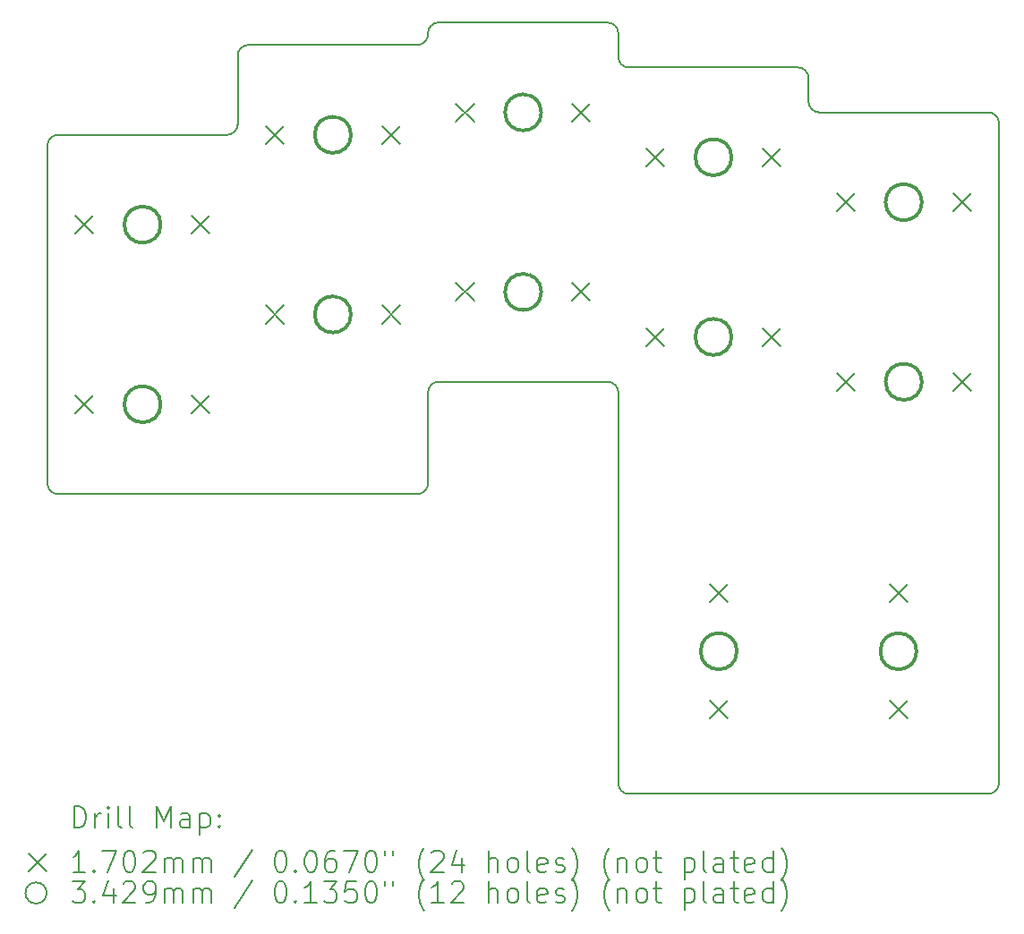
<source format=gbr>
%TF.GenerationSoftware,KiCad,Pcbnew,7.0.8*%
%TF.CreationDate,2024-04-01T22:38:57+01:00*%
%TF.ProjectId,left,6c656674-2e6b-4696-9361-645f70636258,v1.0.0*%
%TF.SameCoordinates,Original*%
%TF.FileFunction,Drillmap*%
%TF.FilePolarity,Positive*%
%FSLAX45Y45*%
G04 Gerber Fmt 4.5, Leading zero omitted, Abs format (unit mm)*
G04 Created by KiCad (PCBNEW 7.0.8) date 2024-04-01 22:38:57*
%MOMM*%
%LPD*%
G01*
G04 APERTURE LIST*
%ADD10C,0.150000*%
%ADD11C,0.200000*%
%ADD12C,0.170180*%
%ADD13C,0.342900*%
G04 APERTURE END LIST*
D10*
X10100000Y-14462500D02*
X13500000Y-14462500D01*
X10000000Y-14362500D02*
X10000000Y-11162500D01*
X11700000Y-11062500D02*
X10100000Y-11062500D01*
X13600000Y-14362500D02*
X13600000Y-13500000D01*
X13500000Y-10212500D02*
X11900000Y-10212500D01*
X11800000Y-10312500D02*
X11800000Y-10962500D01*
X13700000Y-13400000D02*
X15300000Y-13400000D01*
X15400000Y-10325000D02*
X15400000Y-10100000D01*
X15300000Y-10000000D02*
X13700000Y-10000000D01*
X13600000Y-10100000D02*
X13600000Y-10112500D01*
X15400000Y-17200000D02*
X15400000Y-13500000D01*
X17200000Y-10750000D02*
X17200000Y-10525000D01*
X17100000Y-10425000D02*
X15500000Y-10425000D01*
X19000000Y-17200000D02*
X19000000Y-10950000D01*
X18900000Y-10850000D02*
X17300000Y-10850000D01*
X15500000Y-17300000D02*
X18900000Y-17300000D01*
X13500000Y-14462500D02*
G75*
G03*
X13600000Y-14362500I0J100000D01*
G01*
X13700000Y-13400000D02*
G75*
G03*
X13600000Y-13500000I0J-100000D01*
G01*
X15400000Y-13500000D02*
G75*
G03*
X15300000Y-13400000I-100000J0D01*
G01*
X15400000Y-17200000D02*
G75*
G03*
X15500000Y-17300000I100000J0D01*
G01*
X18900000Y-17300000D02*
G75*
G03*
X19000000Y-17200000I0J100000D01*
G01*
X19000000Y-10950000D02*
G75*
G03*
X18900000Y-10850000I-100000J0D01*
G01*
X17200000Y-10750000D02*
G75*
G03*
X17300000Y-10850000I100000J0D01*
G01*
X17200000Y-10525000D02*
G75*
G03*
X17100000Y-10425000I-100000J0D01*
G01*
X15400000Y-10325000D02*
G75*
G03*
X15500000Y-10425000I100000J0D01*
G01*
X15400000Y-10100000D02*
G75*
G03*
X15300000Y-10000000I-100000J0D01*
G01*
X13700000Y-10000000D02*
G75*
G03*
X13600000Y-10100000I0J-100000D01*
G01*
X13500000Y-10212500D02*
G75*
G03*
X13600000Y-10112500I0J100000D01*
G01*
X11900000Y-10212500D02*
G75*
G03*
X11800000Y-10312500I0J-100000D01*
G01*
X11700000Y-11062500D02*
G75*
G03*
X11800000Y-10962500I0J100000D01*
G01*
X10100000Y-11062500D02*
G75*
G03*
X10000000Y-11162500I0J-100000D01*
G01*
X10000000Y-14362500D02*
G75*
G03*
X10100000Y-14462500I100000J0D01*
G01*
D11*
D12*
X10264910Y-11827410D02*
X10435090Y-11997590D01*
X10435090Y-11827410D02*
X10264910Y-11997590D01*
X10264910Y-13527410D02*
X10435090Y-13697590D01*
X10435090Y-13527410D02*
X10264910Y-13697590D01*
X11364910Y-11827410D02*
X11535090Y-11997590D01*
X11535090Y-11827410D02*
X11364910Y-11997590D01*
X11364910Y-13527410D02*
X11535090Y-13697590D01*
X11535090Y-13527410D02*
X11364910Y-13697590D01*
X12064910Y-10977410D02*
X12235090Y-11147590D01*
X12235090Y-10977410D02*
X12064910Y-11147590D01*
X12064910Y-12677410D02*
X12235090Y-12847590D01*
X12235090Y-12677410D02*
X12064910Y-12847590D01*
X13164910Y-10977410D02*
X13335090Y-11147590D01*
X13335090Y-10977410D02*
X13164910Y-11147590D01*
X13164910Y-12677410D02*
X13335090Y-12847590D01*
X13335090Y-12677410D02*
X13164910Y-12847590D01*
X13864910Y-10764910D02*
X14035090Y-10935090D01*
X14035090Y-10764910D02*
X13864910Y-10935090D01*
X13864910Y-12464910D02*
X14035090Y-12635090D01*
X14035090Y-12464910D02*
X13864910Y-12635090D01*
X14964910Y-10764910D02*
X15135090Y-10935090D01*
X15135090Y-10764910D02*
X14964910Y-10935090D01*
X14964910Y-12464910D02*
X15135090Y-12635090D01*
X15135090Y-12464910D02*
X14964910Y-12635090D01*
X15664910Y-11189910D02*
X15835090Y-11360090D01*
X15835090Y-11189910D02*
X15664910Y-11360090D01*
X15664910Y-12889910D02*
X15835090Y-13060090D01*
X15835090Y-12889910D02*
X15664910Y-13060090D01*
X16264910Y-15314910D02*
X16435090Y-15485090D01*
X16435090Y-15314910D02*
X16264910Y-15485090D01*
X16264910Y-16414910D02*
X16435090Y-16585090D01*
X16435090Y-16414910D02*
X16264910Y-16585090D01*
X16764910Y-11189910D02*
X16935090Y-11360090D01*
X16935090Y-11189910D02*
X16764910Y-11360090D01*
X16764910Y-12889910D02*
X16935090Y-13060090D01*
X16935090Y-12889910D02*
X16764910Y-13060090D01*
X17464910Y-11614910D02*
X17635090Y-11785090D01*
X17635090Y-11614910D02*
X17464910Y-11785090D01*
X17464910Y-13314910D02*
X17635090Y-13485090D01*
X17635090Y-13314910D02*
X17464910Y-13485090D01*
X17964910Y-15314910D02*
X18135090Y-15485090D01*
X18135090Y-15314910D02*
X17964910Y-15485090D01*
X17964910Y-16414910D02*
X18135090Y-16585090D01*
X18135090Y-16414910D02*
X17964910Y-16585090D01*
X18564910Y-11614910D02*
X18735090Y-11785090D01*
X18735090Y-11614910D02*
X18564910Y-11785090D01*
X18564910Y-13314910D02*
X18735090Y-13485090D01*
X18735090Y-13314910D02*
X18564910Y-13485090D01*
D13*
X11071450Y-11912500D02*
G75*
G03*
X11071450Y-11912500I-171450J0D01*
G01*
X11071450Y-13612500D02*
G75*
G03*
X11071450Y-13612500I-171450J0D01*
G01*
X12871450Y-11062500D02*
G75*
G03*
X12871450Y-11062500I-171450J0D01*
G01*
X12871450Y-12762500D02*
G75*
G03*
X12871450Y-12762500I-171450J0D01*
G01*
X14671450Y-10850000D02*
G75*
G03*
X14671450Y-10850000I-171450J0D01*
G01*
X14671450Y-12550000D02*
G75*
G03*
X14671450Y-12550000I-171450J0D01*
G01*
X16471450Y-11275000D02*
G75*
G03*
X16471450Y-11275000I-171450J0D01*
G01*
X16471450Y-12975000D02*
G75*
G03*
X16471450Y-12975000I-171450J0D01*
G01*
X16521450Y-15950000D02*
G75*
G03*
X16521450Y-15950000I-171450J0D01*
G01*
X18221450Y-15950000D02*
G75*
G03*
X18221450Y-15950000I-171450J0D01*
G01*
X18271450Y-11700000D02*
G75*
G03*
X18271450Y-11700000I-171450J0D01*
G01*
X18271450Y-13400000D02*
G75*
G03*
X18271450Y-13400000I-171450J0D01*
G01*
D11*
X10253277Y-17618984D02*
X10253277Y-17418984D01*
X10253277Y-17418984D02*
X10300896Y-17418984D01*
X10300896Y-17418984D02*
X10329467Y-17428508D01*
X10329467Y-17428508D02*
X10348515Y-17447555D01*
X10348515Y-17447555D02*
X10358039Y-17466603D01*
X10358039Y-17466603D02*
X10367563Y-17504698D01*
X10367563Y-17504698D02*
X10367563Y-17533270D01*
X10367563Y-17533270D02*
X10358039Y-17571365D01*
X10358039Y-17571365D02*
X10348515Y-17590412D01*
X10348515Y-17590412D02*
X10329467Y-17609460D01*
X10329467Y-17609460D02*
X10300896Y-17618984D01*
X10300896Y-17618984D02*
X10253277Y-17618984D01*
X10453277Y-17618984D02*
X10453277Y-17485650D01*
X10453277Y-17523746D02*
X10462801Y-17504698D01*
X10462801Y-17504698D02*
X10472324Y-17495174D01*
X10472324Y-17495174D02*
X10491372Y-17485650D01*
X10491372Y-17485650D02*
X10510420Y-17485650D01*
X10577086Y-17618984D02*
X10577086Y-17485650D01*
X10577086Y-17418984D02*
X10567563Y-17428508D01*
X10567563Y-17428508D02*
X10577086Y-17438031D01*
X10577086Y-17438031D02*
X10586610Y-17428508D01*
X10586610Y-17428508D02*
X10577086Y-17418984D01*
X10577086Y-17418984D02*
X10577086Y-17438031D01*
X10700896Y-17618984D02*
X10681848Y-17609460D01*
X10681848Y-17609460D02*
X10672324Y-17590412D01*
X10672324Y-17590412D02*
X10672324Y-17418984D01*
X10805658Y-17618984D02*
X10786610Y-17609460D01*
X10786610Y-17609460D02*
X10777086Y-17590412D01*
X10777086Y-17590412D02*
X10777086Y-17418984D01*
X11034229Y-17618984D02*
X11034229Y-17418984D01*
X11034229Y-17418984D02*
X11100896Y-17561841D01*
X11100896Y-17561841D02*
X11167563Y-17418984D01*
X11167563Y-17418984D02*
X11167563Y-17618984D01*
X11348515Y-17618984D02*
X11348515Y-17514222D01*
X11348515Y-17514222D02*
X11338991Y-17495174D01*
X11338991Y-17495174D02*
X11319943Y-17485650D01*
X11319943Y-17485650D02*
X11281848Y-17485650D01*
X11281848Y-17485650D02*
X11262801Y-17495174D01*
X11348515Y-17609460D02*
X11329467Y-17618984D01*
X11329467Y-17618984D02*
X11281848Y-17618984D01*
X11281848Y-17618984D02*
X11262801Y-17609460D01*
X11262801Y-17609460D02*
X11253277Y-17590412D01*
X11253277Y-17590412D02*
X11253277Y-17571365D01*
X11253277Y-17571365D02*
X11262801Y-17552317D01*
X11262801Y-17552317D02*
X11281848Y-17542793D01*
X11281848Y-17542793D02*
X11329467Y-17542793D01*
X11329467Y-17542793D02*
X11348515Y-17533270D01*
X11443753Y-17485650D02*
X11443753Y-17685650D01*
X11443753Y-17495174D02*
X11462801Y-17485650D01*
X11462801Y-17485650D02*
X11500896Y-17485650D01*
X11500896Y-17485650D02*
X11519943Y-17495174D01*
X11519943Y-17495174D02*
X11529467Y-17504698D01*
X11529467Y-17504698D02*
X11538991Y-17523746D01*
X11538991Y-17523746D02*
X11538991Y-17580889D01*
X11538991Y-17580889D02*
X11529467Y-17599936D01*
X11529467Y-17599936D02*
X11519943Y-17609460D01*
X11519943Y-17609460D02*
X11500896Y-17618984D01*
X11500896Y-17618984D02*
X11462801Y-17618984D01*
X11462801Y-17618984D02*
X11443753Y-17609460D01*
X11624705Y-17599936D02*
X11634229Y-17609460D01*
X11634229Y-17609460D02*
X11624705Y-17618984D01*
X11624705Y-17618984D02*
X11615182Y-17609460D01*
X11615182Y-17609460D02*
X11624705Y-17599936D01*
X11624705Y-17599936D02*
X11624705Y-17618984D01*
X11624705Y-17495174D02*
X11634229Y-17504698D01*
X11634229Y-17504698D02*
X11624705Y-17514222D01*
X11624705Y-17514222D02*
X11615182Y-17504698D01*
X11615182Y-17504698D02*
X11624705Y-17495174D01*
X11624705Y-17495174D02*
X11624705Y-17514222D01*
D12*
X9822320Y-17862410D02*
X9992500Y-18032590D01*
X9992500Y-17862410D02*
X9822320Y-18032590D01*
D11*
X10358039Y-18038984D02*
X10243753Y-18038984D01*
X10300896Y-18038984D02*
X10300896Y-17838984D01*
X10300896Y-17838984D02*
X10281848Y-17867555D01*
X10281848Y-17867555D02*
X10262801Y-17886603D01*
X10262801Y-17886603D02*
X10243753Y-17896127D01*
X10443753Y-18019936D02*
X10453277Y-18029460D01*
X10453277Y-18029460D02*
X10443753Y-18038984D01*
X10443753Y-18038984D02*
X10434229Y-18029460D01*
X10434229Y-18029460D02*
X10443753Y-18019936D01*
X10443753Y-18019936D02*
X10443753Y-18038984D01*
X10519944Y-17838984D02*
X10653277Y-17838984D01*
X10653277Y-17838984D02*
X10567563Y-18038984D01*
X10767563Y-17838984D02*
X10786610Y-17838984D01*
X10786610Y-17838984D02*
X10805658Y-17848508D01*
X10805658Y-17848508D02*
X10815182Y-17858031D01*
X10815182Y-17858031D02*
X10824705Y-17877079D01*
X10824705Y-17877079D02*
X10834229Y-17915174D01*
X10834229Y-17915174D02*
X10834229Y-17962793D01*
X10834229Y-17962793D02*
X10824705Y-18000889D01*
X10824705Y-18000889D02*
X10815182Y-18019936D01*
X10815182Y-18019936D02*
X10805658Y-18029460D01*
X10805658Y-18029460D02*
X10786610Y-18038984D01*
X10786610Y-18038984D02*
X10767563Y-18038984D01*
X10767563Y-18038984D02*
X10748515Y-18029460D01*
X10748515Y-18029460D02*
X10738991Y-18019936D01*
X10738991Y-18019936D02*
X10729467Y-18000889D01*
X10729467Y-18000889D02*
X10719944Y-17962793D01*
X10719944Y-17962793D02*
X10719944Y-17915174D01*
X10719944Y-17915174D02*
X10729467Y-17877079D01*
X10729467Y-17877079D02*
X10738991Y-17858031D01*
X10738991Y-17858031D02*
X10748515Y-17848508D01*
X10748515Y-17848508D02*
X10767563Y-17838984D01*
X10910420Y-17858031D02*
X10919944Y-17848508D01*
X10919944Y-17848508D02*
X10938991Y-17838984D01*
X10938991Y-17838984D02*
X10986610Y-17838984D01*
X10986610Y-17838984D02*
X11005658Y-17848508D01*
X11005658Y-17848508D02*
X11015182Y-17858031D01*
X11015182Y-17858031D02*
X11024705Y-17877079D01*
X11024705Y-17877079D02*
X11024705Y-17896127D01*
X11024705Y-17896127D02*
X11015182Y-17924698D01*
X11015182Y-17924698D02*
X10900896Y-18038984D01*
X10900896Y-18038984D02*
X11024705Y-18038984D01*
X11110420Y-18038984D02*
X11110420Y-17905650D01*
X11110420Y-17924698D02*
X11119944Y-17915174D01*
X11119944Y-17915174D02*
X11138991Y-17905650D01*
X11138991Y-17905650D02*
X11167563Y-17905650D01*
X11167563Y-17905650D02*
X11186610Y-17915174D01*
X11186610Y-17915174D02*
X11196134Y-17934222D01*
X11196134Y-17934222D02*
X11196134Y-18038984D01*
X11196134Y-17934222D02*
X11205658Y-17915174D01*
X11205658Y-17915174D02*
X11224705Y-17905650D01*
X11224705Y-17905650D02*
X11253277Y-17905650D01*
X11253277Y-17905650D02*
X11272324Y-17915174D01*
X11272324Y-17915174D02*
X11281848Y-17934222D01*
X11281848Y-17934222D02*
X11281848Y-18038984D01*
X11377086Y-18038984D02*
X11377086Y-17905650D01*
X11377086Y-17924698D02*
X11386610Y-17915174D01*
X11386610Y-17915174D02*
X11405658Y-17905650D01*
X11405658Y-17905650D02*
X11434229Y-17905650D01*
X11434229Y-17905650D02*
X11453277Y-17915174D01*
X11453277Y-17915174D02*
X11462801Y-17934222D01*
X11462801Y-17934222D02*
X11462801Y-18038984D01*
X11462801Y-17934222D02*
X11472324Y-17915174D01*
X11472324Y-17915174D02*
X11491372Y-17905650D01*
X11491372Y-17905650D02*
X11519943Y-17905650D01*
X11519943Y-17905650D02*
X11538991Y-17915174D01*
X11538991Y-17915174D02*
X11548515Y-17934222D01*
X11548515Y-17934222D02*
X11548515Y-18038984D01*
X11938991Y-17829460D02*
X11767563Y-18086603D01*
X12196134Y-17838984D02*
X12215182Y-17838984D01*
X12215182Y-17838984D02*
X12234229Y-17848508D01*
X12234229Y-17848508D02*
X12243753Y-17858031D01*
X12243753Y-17858031D02*
X12253277Y-17877079D01*
X12253277Y-17877079D02*
X12262801Y-17915174D01*
X12262801Y-17915174D02*
X12262801Y-17962793D01*
X12262801Y-17962793D02*
X12253277Y-18000889D01*
X12253277Y-18000889D02*
X12243753Y-18019936D01*
X12243753Y-18019936D02*
X12234229Y-18029460D01*
X12234229Y-18029460D02*
X12215182Y-18038984D01*
X12215182Y-18038984D02*
X12196134Y-18038984D01*
X12196134Y-18038984D02*
X12177086Y-18029460D01*
X12177086Y-18029460D02*
X12167563Y-18019936D01*
X12167563Y-18019936D02*
X12158039Y-18000889D01*
X12158039Y-18000889D02*
X12148515Y-17962793D01*
X12148515Y-17962793D02*
X12148515Y-17915174D01*
X12148515Y-17915174D02*
X12158039Y-17877079D01*
X12158039Y-17877079D02*
X12167563Y-17858031D01*
X12167563Y-17858031D02*
X12177086Y-17848508D01*
X12177086Y-17848508D02*
X12196134Y-17838984D01*
X12348515Y-18019936D02*
X12358039Y-18029460D01*
X12358039Y-18029460D02*
X12348515Y-18038984D01*
X12348515Y-18038984D02*
X12338991Y-18029460D01*
X12338991Y-18029460D02*
X12348515Y-18019936D01*
X12348515Y-18019936D02*
X12348515Y-18038984D01*
X12481848Y-17838984D02*
X12500896Y-17838984D01*
X12500896Y-17838984D02*
X12519944Y-17848508D01*
X12519944Y-17848508D02*
X12529467Y-17858031D01*
X12529467Y-17858031D02*
X12538991Y-17877079D01*
X12538991Y-17877079D02*
X12548515Y-17915174D01*
X12548515Y-17915174D02*
X12548515Y-17962793D01*
X12548515Y-17962793D02*
X12538991Y-18000889D01*
X12538991Y-18000889D02*
X12529467Y-18019936D01*
X12529467Y-18019936D02*
X12519944Y-18029460D01*
X12519944Y-18029460D02*
X12500896Y-18038984D01*
X12500896Y-18038984D02*
X12481848Y-18038984D01*
X12481848Y-18038984D02*
X12462801Y-18029460D01*
X12462801Y-18029460D02*
X12453277Y-18019936D01*
X12453277Y-18019936D02*
X12443753Y-18000889D01*
X12443753Y-18000889D02*
X12434229Y-17962793D01*
X12434229Y-17962793D02*
X12434229Y-17915174D01*
X12434229Y-17915174D02*
X12443753Y-17877079D01*
X12443753Y-17877079D02*
X12453277Y-17858031D01*
X12453277Y-17858031D02*
X12462801Y-17848508D01*
X12462801Y-17848508D02*
X12481848Y-17838984D01*
X12719944Y-17838984D02*
X12681848Y-17838984D01*
X12681848Y-17838984D02*
X12662801Y-17848508D01*
X12662801Y-17848508D02*
X12653277Y-17858031D01*
X12653277Y-17858031D02*
X12634229Y-17886603D01*
X12634229Y-17886603D02*
X12624706Y-17924698D01*
X12624706Y-17924698D02*
X12624706Y-18000889D01*
X12624706Y-18000889D02*
X12634229Y-18019936D01*
X12634229Y-18019936D02*
X12643753Y-18029460D01*
X12643753Y-18029460D02*
X12662801Y-18038984D01*
X12662801Y-18038984D02*
X12700896Y-18038984D01*
X12700896Y-18038984D02*
X12719944Y-18029460D01*
X12719944Y-18029460D02*
X12729467Y-18019936D01*
X12729467Y-18019936D02*
X12738991Y-18000889D01*
X12738991Y-18000889D02*
X12738991Y-17953270D01*
X12738991Y-17953270D02*
X12729467Y-17934222D01*
X12729467Y-17934222D02*
X12719944Y-17924698D01*
X12719944Y-17924698D02*
X12700896Y-17915174D01*
X12700896Y-17915174D02*
X12662801Y-17915174D01*
X12662801Y-17915174D02*
X12643753Y-17924698D01*
X12643753Y-17924698D02*
X12634229Y-17934222D01*
X12634229Y-17934222D02*
X12624706Y-17953270D01*
X12805658Y-17838984D02*
X12938991Y-17838984D01*
X12938991Y-17838984D02*
X12853277Y-18038984D01*
X13053277Y-17838984D02*
X13072325Y-17838984D01*
X13072325Y-17838984D02*
X13091372Y-17848508D01*
X13091372Y-17848508D02*
X13100896Y-17858031D01*
X13100896Y-17858031D02*
X13110420Y-17877079D01*
X13110420Y-17877079D02*
X13119944Y-17915174D01*
X13119944Y-17915174D02*
X13119944Y-17962793D01*
X13119944Y-17962793D02*
X13110420Y-18000889D01*
X13110420Y-18000889D02*
X13100896Y-18019936D01*
X13100896Y-18019936D02*
X13091372Y-18029460D01*
X13091372Y-18029460D02*
X13072325Y-18038984D01*
X13072325Y-18038984D02*
X13053277Y-18038984D01*
X13053277Y-18038984D02*
X13034229Y-18029460D01*
X13034229Y-18029460D02*
X13024706Y-18019936D01*
X13024706Y-18019936D02*
X13015182Y-18000889D01*
X13015182Y-18000889D02*
X13005658Y-17962793D01*
X13005658Y-17962793D02*
X13005658Y-17915174D01*
X13005658Y-17915174D02*
X13015182Y-17877079D01*
X13015182Y-17877079D02*
X13024706Y-17858031D01*
X13024706Y-17858031D02*
X13034229Y-17848508D01*
X13034229Y-17848508D02*
X13053277Y-17838984D01*
X13196134Y-17838984D02*
X13196134Y-17877079D01*
X13272325Y-17838984D02*
X13272325Y-17877079D01*
X13567563Y-18115174D02*
X13558039Y-18105650D01*
X13558039Y-18105650D02*
X13538991Y-18077079D01*
X13538991Y-18077079D02*
X13529468Y-18058031D01*
X13529468Y-18058031D02*
X13519944Y-18029460D01*
X13519944Y-18029460D02*
X13510420Y-17981841D01*
X13510420Y-17981841D02*
X13510420Y-17943746D01*
X13510420Y-17943746D02*
X13519944Y-17896127D01*
X13519944Y-17896127D02*
X13529468Y-17867555D01*
X13529468Y-17867555D02*
X13538991Y-17848508D01*
X13538991Y-17848508D02*
X13558039Y-17819936D01*
X13558039Y-17819936D02*
X13567563Y-17810412D01*
X13634229Y-17858031D02*
X13643753Y-17848508D01*
X13643753Y-17848508D02*
X13662801Y-17838984D01*
X13662801Y-17838984D02*
X13710420Y-17838984D01*
X13710420Y-17838984D02*
X13729468Y-17848508D01*
X13729468Y-17848508D02*
X13738991Y-17858031D01*
X13738991Y-17858031D02*
X13748515Y-17877079D01*
X13748515Y-17877079D02*
X13748515Y-17896127D01*
X13748515Y-17896127D02*
X13738991Y-17924698D01*
X13738991Y-17924698D02*
X13624706Y-18038984D01*
X13624706Y-18038984D02*
X13748515Y-18038984D01*
X13919944Y-17905650D02*
X13919944Y-18038984D01*
X13872325Y-17829460D02*
X13824706Y-17972317D01*
X13824706Y-17972317D02*
X13948515Y-17972317D01*
X14177087Y-18038984D02*
X14177087Y-17838984D01*
X14262801Y-18038984D02*
X14262801Y-17934222D01*
X14262801Y-17934222D02*
X14253277Y-17915174D01*
X14253277Y-17915174D02*
X14234230Y-17905650D01*
X14234230Y-17905650D02*
X14205658Y-17905650D01*
X14205658Y-17905650D02*
X14186610Y-17915174D01*
X14186610Y-17915174D02*
X14177087Y-17924698D01*
X14386610Y-18038984D02*
X14367563Y-18029460D01*
X14367563Y-18029460D02*
X14358039Y-18019936D01*
X14358039Y-18019936D02*
X14348515Y-18000889D01*
X14348515Y-18000889D02*
X14348515Y-17943746D01*
X14348515Y-17943746D02*
X14358039Y-17924698D01*
X14358039Y-17924698D02*
X14367563Y-17915174D01*
X14367563Y-17915174D02*
X14386610Y-17905650D01*
X14386610Y-17905650D02*
X14415182Y-17905650D01*
X14415182Y-17905650D02*
X14434230Y-17915174D01*
X14434230Y-17915174D02*
X14443753Y-17924698D01*
X14443753Y-17924698D02*
X14453277Y-17943746D01*
X14453277Y-17943746D02*
X14453277Y-18000889D01*
X14453277Y-18000889D02*
X14443753Y-18019936D01*
X14443753Y-18019936D02*
X14434230Y-18029460D01*
X14434230Y-18029460D02*
X14415182Y-18038984D01*
X14415182Y-18038984D02*
X14386610Y-18038984D01*
X14567563Y-18038984D02*
X14548515Y-18029460D01*
X14548515Y-18029460D02*
X14538991Y-18010412D01*
X14538991Y-18010412D02*
X14538991Y-17838984D01*
X14719944Y-18029460D02*
X14700896Y-18038984D01*
X14700896Y-18038984D02*
X14662801Y-18038984D01*
X14662801Y-18038984D02*
X14643753Y-18029460D01*
X14643753Y-18029460D02*
X14634230Y-18010412D01*
X14634230Y-18010412D02*
X14634230Y-17934222D01*
X14634230Y-17934222D02*
X14643753Y-17915174D01*
X14643753Y-17915174D02*
X14662801Y-17905650D01*
X14662801Y-17905650D02*
X14700896Y-17905650D01*
X14700896Y-17905650D02*
X14719944Y-17915174D01*
X14719944Y-17915174D02*
X14729468Y-17934222D01*
X14729468Y-17934222D02*
X14729468Y-17953270D01*
X14729468Y-17953270D02*
X14634230Y-17972317D01*
X14805658Y-18029460D02*
X14824706Y-18038984D01*
X14824706Y-18038984D02*
X14862801Y-18038984D01*
X14862801Y-18038984D02*
X14881849Y-18029460D01*
X14881849Y-18029460D02*
X14891372Y-18010412D01*
X14891372Y-18010412D02*
X14891372Y-18000889D01*
X14891372Y-18000889D02*
X14881849Y-17981841D01*
X14881849Y-17981841D02*
X14862801Y-17972317D01*
X14862801Y-17972317D02*
X14834230Y-17972317D01*
X14834230Y-17972317D02*
X14815182Y-17962793D01*
X14815182Y-17962793D02*
X14805658Y-17943746D01*
X14805658Y-17943746D02*
X14805658Y-17934222D01*
X14805658Y-17934222D02*
X14815182Y-17915174D01*
X14815182Y-17915174D02*
X14834230Y-17905650D01*
X14834230Y-17905650D02*
X14862801Y-17905650D01*
X14862801Y-17905650D02*
X14881849Y-17915174D01*
X14958039Y-18115174D02*
X14967563Y-18105650D01*
X14967563Y-18105650D02*
X14986611Y-18077079D01*
X14986611Y-18077079D02*
X14996134Y-18058031D01*
X14996134Y-18058031D02*
X15005658Y-18029460D01*
X15005658Y-18029460D02*
X15015182Y-17981841D01*
X15015182Y-17981841D02*
X15015182Y-17943746D01*
X15015182Y-17943746D02*
X15005658Y-17896127D01*
X15005658Y-17896127D02*
X14996134Y-17867555D01*
X14996134Y-17867555D02*
X14986611Y-17848508D01*
X14986611Y-17848508D02*
X14967563Y-17819936D01*
X14967563Y-17819936D02*
X14958039Y-17810412D01*
X15319944Y-18115174D02*
X15310420Y-18105650D01*
X15310420Y-18105650D02*
X15291372Y-18077079D01*
X15291372Y-18077079D02*
X15281849Y-18058031D01*
X15281849Y-18058031D02*
X15272325Y-18029460D01*
X15272325Y-18029460D02*
X15262801Y-17981841D01*
X15262801Y-17981841D02*
X15262801Y-17943746D01*
X15262801Y-17943746D02*
X15272325Y-17896127D01*
X15272325Y-17896127D02*
X15281849Y-17867555D01*
X15281849Y-17867555D02*
X15291372Y-17848508D01*
X15291372Y-17848508D02*
X15310420Y-17819936D01*
X15310420Y-17819936D02*
X15319944Y-17810412D01*
X15396134Y-17905650D02*
X15396134Y-18038984D01*
X15396134Y-17924698D02*
X15405658Y-17915174D01*
X15405658Y-17915174D02*
X15424706Y-17905650D01*
X15424706Y-17905650D02*
X15453277Y-17905650D01*
X15453277Y-17905650D02*
X15472325Y-17915174D01*
X15472325Y-17915174D02*
X15481849Y-17934222D01*
X15481849Y-17934222D02*
X15481849Y-18038984D01*
X15605658Y-18038984D02*
X15586611Y-18029460D01*
X15586611Y-18029460D02*
X15577087Y-18019936D01*
X15577087Y-18019936D02*
X15567563Y-18000889D01*
X15567563Y-18000889D02*
X15567563Y-17943746D01*
X15567563Y-17943746D02*
X15577087Y-17924698D01*
X15577087Y-17924698D02*
X15586611Y-17915174D01*
X15586611Y-17915174D02*
X15605658Y-17905650D01*
X15605658Y-17905650D02*
X15634230Y-17905650D01*
X15634230Y-17905650D02*
X15653277Y-17915174D01*
X15653277Y-17915174D02*
X15662801Y-17924698D01*
X15662801Y-17924698D02*
X15672325Y-17943746D01*
X15672325Y-17943746D02*
X15672325Y-18000889D01*
X15672325Y-18000889D02*
X15662801Y-18019936D01*
X15662801Y-18019936D02*
X15653277Y-18029460D01*
X15653277Y-18029460D02*
X15634230Y-18038984D01*
X15634230Y-18038984D02*
X15605658Y-18038984D01*
X15729468Y-17905650D02*
X15805658Y-17905650D01*
X15758039Y-17838984D02*
X15758039Y-18010412D01*
X15758039Y-18010412D02*
X15767563Y-18029460D01*
X15767563Y-18029460D02*
X15786611Y-18038984D01*
X15786611Y-18038984D02*
X15805658Y-18038984D01*
X16024706Y-17905650D02*
X16024706Y-18105650D01*
X16024706Y-17915174D02*
X16043753Y-17905650D01*
X16043753Y-17905650D02*
X16081849Y-17905650D01*
X16081849Y-17905650D02*
X16100896Y-17915174D01*
X16100896Y-17915174D02*
X16110420Y-17924698D01*
X16110420Y-17924698D02*
X16119944Y-17943746D01*
X16119944Y-17943746D02*
X16119944Y-18000889D01*
X16119944Y-18000889D02*
X16110420Y-18019936D01*
X16110420Y-18019936D02*
X16100896Y-18029460D01*
X16100896Y-18029460D02*
X16081849Y-18038984D01*
X16081849Y-18038984D02*
X16043753Y-18038984D01*
X16043753Y-18038984D02*
X16024706Y-18029460D01*
X16234230Y-18038984D02*
X16215182Y-18029460D01*
X16215182Y-18029460D02*
X16205658Y-18010412D01*
X16205658Y-18010412D02*
X16205658Y-17838984D01*
X16396134Y-18038984D02*
X16396134Y-17934222D01*
X16396134Y-17934222D02*
X16386611Y-17915174D01*
X16386611Y-17915174D02*
X16367563Y-17905650D01*
X16367563Y-17905650D02*
X16329468Y-17905650D01*
X16329468Y-17905650D02*
X16310420Y-17915174D01*
X16396134Y-18029460D02*
X16377087Y-18038984D01*
X16377087Y-18038984D02*
X16329468Y-18038984D01*
X16329468Y-18038984D02*
X16310420Y-18029460D01*
X16310420Y-18029460D02*
X16300896Y-18010412D01*
X16300896Y-18010412D02*
X16300896Y-17991365D01*
X16300896Y-17991365D02*
X16310420Y-17972317D01*
X16310420Y-17972317D02*
X16329468Y-17962793D01*
X16329468Y-17962793D02*
X16377087Y-17962793D01*
X16377087Y-17962793D02*
X16396134Y-17953270D01*
X16462801Y-17905650D02*
X16538992Y-17905650D01*
X16491373Y-17838984D02*
X16491373Y-18010412D01*
X16491373Y-18010412D02*
X16500896Y-18029460D01*
X16500896Y-18029460D02*
X16519944Y-18038984D01*
X16519944Y-18038984D02*
X16538992Y-18038984D01*
X16681849Y-18029460D02*
X16662801Y-18038984D01*
X16662801Y-18038984D02*
X16624706Y-18038984D01*
X16624706Y-18038984D02*
X16605658Y-18029460D01*
X16605658Y-18029460D02*
X16596134Y-18010412D01*
X16596134Y-18010412D02*
X16596134Y-17934222D01*
X16596134Y-17934222D02*
X16605658Y-17915174D01*
X16605658Y-17915174D02*
X16624706Y-17905650D01*
X16624706Y-17905650D02*
X16662801Y-17905650D01*
X16662801Y-17905650D02*
X16681849Y-17915174D01*
X16681849Y-17915174D02*
X16691373Y-17934222D01*
X16691373Y-17934222D02*
X16691373Y-17953270D01*
X16691373Y-17953270D02*
X16596134Y-17972317D01*
X16862801Y-18038984D02*
X16862801Y-17838984D01*
X16862801Y-18029460D02*
X16843754Y-18038984D01*
X16843754Y-18038984D02*
X16805658Y-18038984D01*
X16805658Y-18038984D02*
X16786611Y-18029460D01*
X16786611Y-18029460D02*
X16777087Y-18019936D01*
X16777087Y-18019936D02*
X16767563Y-18000889D01*
X16767563Y-18000889D02*
X16767563Y-17943746D01*
X16767563Y-17943746D02*
X16777087Y-17924698D01*
X16777087Y-17924698D02*
X16786611Y-17915174D01*
X16786611Y-17915174D02*
X16805658Y-17905650D01*
X16805658Y-17905650D02*
X16843754Y-17905650D01*
X16843754Y-17905650D02*
X16862801Y-17915174D01*
X16938992Y-18115174D02*
X16948516Y-18105650D01*
X16948516Y-18105650D02*
X16967563Y-18077079D01*
X16967563Y-18077079D02*
X16977087Y-18058031D01*
X16977087Y-18058031D02*
X16986611Y-18029460D01*
X16986611Y-18029460D02*
X16996135Y-17981841D01*
X16996135Y-17981841D02*
X16996135Y-17943746D01*
X16996135Y-17943746D02*
X16986611Y-17896127D01*
X16986611Y-17896127D02*
X16977087Y-17867555D01*
X16977087Y-17867555D02*
X16967563Y-17848508D01*
X16967563Y-17848508D02*
X16948516Y-17819936D01*
X16948516Y-17819936D02*
X16938992Y-17810412D01*
X9992500Y-18237680D02*
G75*
G03*
X9992500Y-18237680I-100000J0D01*
G01*
X10234229Y-18129164D02*
X10358039Y-18129164D01*
X10358039Y-18129164D02*
X10291372Y-18205354D01*
X10291372Y-18205354D02*
X10319944Y-18205354D01*
X10319944Y-18205354D02*
X10338991Y-18214878D01*
X10338991Y-18214878D02*
X10348515Y-18224402D01*
X10348515Y-18224402D02*
X10358039Y-18243450D01*
X10358039Y-18243450D02*
X10358039Y-18291069D01*
X10358039Y-18291069D02*
X10348515Y-18310116D01*
X10348515Y-18310116D02*
X10338991Y-18319640D01*
X10338991Y-18319640D02*
X10319944Y-18329164D01*
X10319944Y-18329164D02*
X10262801Y-18329164D01*
X10262801Y-18329164D02*
X10243753Y-18319640D01*
X10243753Y-18319640D02*
X10234229Y-18310116D01*
X10443753Y-18310116D02*
X10453277Y-18319640D01*
X10453277Y-18319640D02*
X10443753Y-18329164D01*
X10443753Y-18329164D02*
X10434229Y-18319640D01*
X10434229Y-18319640D02*
X10443753Y-18310116D01*
X10443753Y-18310116D02*
X10443753Y-18329164D01*
X10624705Y-18195830D02*
X10624705Y-18329164D01*
X10577086Y-18119640D02*
X10529467Y-18262497D01*
X10529467Y-18262497D02*
X10653277Y-18262497D01*
X10719944Y-18148211D02*
X10729467Y-18138688D01*
X10729467Y-18138688D02*
X10748515Y-18129164D01*
X10748515Y-18129164D02*
X10796134Y-18129164D01*
X10796134Y-18129164D02*
X10815182Y-18138688D01*
X10815182Y-18138688D02*
X10824705Y-18148211D01*
X10824705Y-18148211D02*
X10834229Y-18167259D01*
X10834229Y-18167259D02*
X10834229Y-18186307D01*
X10834229Y-18186307D02*
X10824705Y-18214878D01*
X10824705Y-18214878D02*
X10710420Y-18329164D01*
X10710420Y-18329164D02*
X10834229Y-18329164D01*
X10929467Y-18329164D02*
X10967563Y-18329164D01*
X10967563Y-18329164D02*
X10986610Y-18319640D01*
X10986610Y-18319640D02*
X10996134Y-18310116D01*
X10996134Y-18310116D02*
X11015182Y-18281545D01*
X11015182Y-18281545D02*
X11024705Y-18243450D01*
X11024705Y-18243450D02*
X11024705Y-18167259D01*
X11024705Y-18167259D02*
X11015182Y-18148211D01*
X11015182Y-18148211D02*
X11005658Y-18138688D01*
X11005658Y-18138688D02*
X10986610Y-18129164D01*
X10986610Y-18129164D02*
X10948515Y-18129164D01*
X10948515Y-18129164D02*
X10929467Y-18138688D01*
X10929467Y-18138688D02*
X10919944Y-18148211D01*
X10919944Y-18148211D02*
X10910420Y-18167259D01*
X10910420Y-18167259D02*
X10910420Y-18214878D01*
X10910420Y-18214878D02*
X10919944Y-18233926D01*
X10919944Y-18233926D02*
X10929467Y-18243450D01*
X10929467Y-18243450D02*
X10948515Y-18252973D01*
X10948515Y-18252973D02*
X10986610Y-18252973D01*
X10986610Y-18252973D02*
X11005658Y-18243450D01*
X11005658Y-18243450D02*
X11015182Y-18233926D01*
X11015182Y-18233926D02*
X11024705Y-18214878D01*
X11110420Y-18329164D02*
X11110420Y-18195830D01*
X11110420Y-18214878D02*
X11119944Y-18205354D01*
X11119944Y-18205354D02*
X11138991Y-18195830D01*
X11138991Y-18195830D02*
X11167563Y-18195830D01*
X11167563Y-18195830D02*
X11186610Y-18205354D01*
X11186610Y-18205354D02*
X11196134Y-18224402D01*
X11196134Y-18224402D02*
X11196134Y-18329164D01*
X11196134Y-18224402D02*
X11205658Y-18205354D01*
X11205658Y-18205354D02*
X11224705Y-18195830D01*
X11224705Y-18195830D02*
X11253277Y-18195830D01*
X11253277Y-18195830D02*
X11272324Y-18205354D01*
X11272324Y-18205354D02*
X11281848Y-18224402D01*
X11281848Y-18224402D02*
X11281848Y-18329164D01*
X11377086Y-18329164D02*
X11377086Y-18195830D01*
X11377086Y-18214878D02*
X11386610Y-18205354D01*
X11386610Y-18205354D02*
X11405658Y-18195830D01*
X11405658Y-18195830D02*
X11434229Y-18195830D01*
X11434229Y-18195830D02*
X11453277Y-18205354D01*
X11453277Y-18205354D02*
X11462801Y-18224402D01*
X11462801Y-18224402D02*
X11462801Y-18329164D01*
X11462801Y-18224402D02*
X11472324Y-18205354D01*
X11472324Y-18205354D02*
X11491372Y-18195830D01*
X11491372Y-18195830D02*
X11519943Y-18195830D01*
X11519943Y-18195830D02*
X11538991Y-18205354D01*
X11538991Y-18205354D02*
X11548515Y-18224402D01*
X11548515Y-18224402D02*
X11548515Y-18329164D01*
X11938991Y-18119640D02*
X11767563Y-18376783D01*
X12196134Y-18129164D02*
X12215182Y-18129164D01*
X12215182Y-18129164D02*
X12234229Y-18138688D01*
X12234229Y-18138688D02*
X12243753Y-18148211D01*
X12243753Y-18148211D02*
X12253277Y-18167259D01*
X12253277Y-18167259D02*
X12262801Y-18205354D01*
X12262801Y-18205354D02*
X12262801Y-18252973D01*
X12262801Y-18252973D02*
X12253277Y-18291069D01*
X12253277Y-18291069D02*
X12243753Y-18310116D01*
X12243753Y-18310116D02*
X12234229Y-18319640D01*
X12234229Y-18319640D02*
X12215182Y-18329164D01*
X12215182Y-18329164D02*
X12196134Y-18329164D01*
X12196134Y-18329164D02*
X12177086Y-18319640D01*
X12177086Y-18319640D02*
X12167563Y-18310116D01*
X12167563Y-18310116D02*
X12158039Y-18291069D01*
X12158039Y-18291069D02*
X12148515Y-18252973D01*
X12148515Y-18252973D02*
X12148515Y-18205354D01*
X12148515Y-18205354D02*
X12158039Y-18167259D01*
X12158039Y-18167259D02*
X12167563Y-18148211D01*
X12167563Y-18148211D02*
X12177086Y-18138688D01*
X12177086Y-18138688D02*
X12196134Y-18129164D01*
X12348515Y-18310116D02*
X12358039Y-18319640D01*
X12358039Y-18319640D02*
X12348515Y-18329164D01*
X12348515Y-18329164D02*
X12338991Y-18319640D01*
X12338991Y-18319640D02*
X12348515Y-18310116D01*
X12348515Y-18310116D02*
X12348515Y-18329164D01*
X12548515Y-18329164D02*
X12434229Y-18329164D01*
X12491372Y-18329164D02*
X12491372Y-18129164D01*
X12491372Y-18129164D02*
X12472325Y-18157735D01*
X12472325Y-18157735D02*
X12453277Y-18176783D01*
X12453277Y-18176783D02*
X12434229Y-18186307D01*
X12615182Y-18129164D02*
X12738991Y-18129164D01*
X12738991Y-18129164D02*
X12672325Y-18205354D01*
X12672325Y-18205354D02*
X12700896Y-18205354D01*
X12700896Y-18205354D02*
X12719944Y-18214878D01*
X12719944Y-18214878D02*
X12729467Y-18224402D01*
X12729467Y-18224402D02*
X12738991Y-18243450D01*
X12738991Y-18243450D02*
X12738991Y-18291069D01*
X12738991Y-18291069D02*
X12729467Y-18310116D01*
X12729467Y-18310116D02*
X12719944Y-18319640D01*
X12719944Y-18319640D02*
X12700896Y-18329164D01*
X12700896Y-18329164D02*
X12643753Y-18329164D01*
X12643753Y-18329164D02*
X12624706Y-18319640D01*
X12624706Y-18319640D02*
X12615182Y-18310116D01*
X12919944Y-18129164D02*
X12824706Y-18129164D01*
X12824706Y-18129164D02*
X12815182Y-18224402D01*
X12815182Y-18224402D02*
X12824706Y-18214878D01*
X12824706Y-18214878D02*
X12843753Y-18205354D01*
X12843753Y-18205354D02*
X12891372Y-18205354D01*
X12891372Y-18205354D02*
X12910420Y-18214878D01*
X12910420Y-18214878D02*
X12919944Y-18224402D01*
X12919944Y-18224402D02*
X12929467Y-18243450D01*
X12929467Y-18243450D02*
X12929467Y-18291069D01*
X12929467Y-18291069D02*
X12919944Y-18310116D01*
X12919944Y-18310116D02*
X12910420Y-18319640D01*
X12910420Y-18319640D02*
X12891372Y-18329164D01*
X12891372Y-18329164D02*
X12843753Y-18329164D01*
X12843753Y-18329164D02*
X12824706Y-18319640D01*
X12824706Y-18319640D02*
X12815182Y-18310116D01*
X13053277Y-18129164D02*
X13072325Y-18129164D01*
X13072325Y-18129164D02*
X13091372Y-18138688D01*
X13091372Y-18138688D02*
X13100896Y-18148211D01*
X13100896Y-18148211D02*
X13110420Y-18167259D01*
X13110420Y-18167259D02*
X13119944Y-18205354D01*
X13119944Y-18205354D02*
X13119944Y-18252973D01*
X13119944Y-18252973D02*
X13110420Y-18291069D01*
X13110420Y-18291069D02*
X13100896Y-18310116D01*
X13100896Y-18310116D02*
X13091372Y-18319640D01*
X13091372Y-18319640D02*
X13072325Y-18329164D01*
X13072325Y-18329164D02*
X13053277Y-18329164D01*
X13053277Y-18329164D02*
X13034229Y-18319640D01*
X13034229Y-18319640D02*
X13024706Y-18310116D01*
X13024706Y-18310116D02*
X13015182Y-18291069D01*
X13015182Y-18291069D02*
X13005658Y-18252973D01*
X13005658Y-18252973D02*
X13005658Y-18205354D01*
X13005658Y-18205354D02*
X13015182Y-18167259D01*
X13015182Y-18167259D02*
X13024706Y-18148211D01*
X13024706Y-18148211D02*
X13034229Y-18138688D01*
X13034229Y-18138688D02*
X13053277Y-18129164D01*
X13196134Y-18129164D02*
X13196134Y-18167259D01*
X13272325Y-18129164D02*
X13272325Y-18167259D01*
X13567563Y-18405354D02*
X13558039Y-18395830D01*
X13558039Y-18395830D02*
X13538991Y-18367259D01*
X13538991Y-18367259D02*
X13529468Y-18348211D01*
X13529468Y-18348211D02*
X13519944Y-18319640D01*
X13519944Y-18319640D02*
X13510420Y-18272021D01*
X13510420Y-18272021D02*
X13510420Y-18233926D01*
X13510420Y-18233926D02*
X13519944Y-18186307D01*
X13519944Y-18186307D02*
X13529468Y-18157735D01*
X13529468Y-18157735D02*
X13538991Y-18138688D01*
X13538991Y-18138688D02*
X13558039Y-18110116D01*
X13558039Y-18110116D02*
X13567563Y-18100592D01*
X13748515Y-18329164D02*
X13634229Y-18329164D01*
X13691372Y-18329164D02*
X13691372Y-18129164D01*
X13691372Y-18129164D02*
X13672325Y-18157735D01*
X13672325Y-18157735D02*
X13653277Y-18176783D01*
X13653277Y-18176783D02*
X13634229Y-18186307D01*
X13824706Y-18148211D02*
X13834229Y-18138688D01*
X13834229Y-18138688D02*
X13853277Y-18129164D01*
X13853277Y-18129164D02*
X13900896Y-18129164D01*
X13900896Y-18129164D02*
X13919944Y-18138688D01*
X13919944Y-18138688D02*
X13929468Y-18148211D01*
X13929468Y-18148211D02*
X13938991Y-18167259D01*
X13938991Y-18167259D02*
X13938991Y-18186307D01*
X13938991Y-18186307D02*
X13929468Y-18214878D01*
X13929468Y-18214878D02*
X13815182Y-18329164D01*
X13815182Y-18329164D02*
X13938991Y-18329164D01*
X14177087Y-18329164D02*
X14177087Y-18129164D01*
X14262801Y-18329164D02*
X14262801Y-18224402D01*
X14262801Y-18224402D02*
X14253277Y-18205354D01*
X14253277Y-18205354D02*
X14234230Y-18195830D01*
X14234230Y-18195830D02*
X14205658Y-18195830D01*
X14205658Y-18195830D02*
X14186610Y-18205354D01*
X14186610Y-18205354D02*
X14177087Y-18214878D01*
X14386610Y-18329164D02*
X14367563Y-18319640D01*
X14367563Y-18319640D02*
X14358039Y-18310116D01*
X14358039Y-18310116D02*
X14348515Y-18291069D01*
X14348515Y-18291069D02*
X14348515Y-18233926D01*
X14348515Y-18233926D02*
X14358039Y-18214878D01*
X14358039Y-18214878D02*
X14367563Y-18205354D01*
X14367563Y-18205354D02*
X14386610Y-18195830D01*
X14386610Y-18195830D02*
X14415182Y-18195830D01*
X14415182Y-18195830D02*
X14434230Y-18205354D01*
X14434230Y-18205354D02*
X14443753Y-18214878D01*
X14443753Y-18214878D02*
X14453277Y-18233926D01*
X14453277Y-18233926D02*
X14453277Y-18291069D01*
X14453277Y-18291069D02*
X14443753Y-18310116D01*
X14443753Y-18310116D02*
X14434230Y-18319640D01*
X14434230Y-18319640D02*
X14415182Y-18329164D01*
X14415182Y-18329164D02*
X14386610Y-18329164D01*
X14567563Y-18329164D02*
X14548515Y-18319640D01*
X14548515Y-18319640D02*
X14538991Y-18300592D01*
X14538991Y-18300592D02*
X14538991Y-18129164D01*
X14719944Y-18319640D02*
X14700896Y-18329164D01*
X14700896Y-18329164D02*
X14662801Y-18329164D01*
X14662801Y-18329164D02*
X14643753Y-18319640D01*
X14643753Y-18319640D02*
X14634230Y-18300592D01*
X14634230Y-18300592D02*
X14634230Y-18224402D01*
X14634230Y-18224402D02*
X14643753Y-18205354D01*
X14643753Y-18205354D02*
X14662801Y-18195830D01*
X14662801Y-18195830D02*
X14700896Y-18195830D01*
X14700896Y-18195830D02*
X14719944Y-18205354D01*
X14719944Y-18205354D02*
X14729468Y-18224402D01*
X14729468Y-18224402D02*
X14729468Y-18243450D01*
X14729468Y-18243450D02*
X14634230Y-18262497D01*
X14805658Y-18319640D02*
X14824706Y-18329164D01*
X14824706Y-18329164D02*
X14862801Y-18329164D01*
X14862801Y-18329164D02*
X14881849Y-18319640D01*
X14881849Y-18319640D02*
X14891372Y-18300592D01*
X14891372Y-18300592D02*
X14891372Y-18291069D01*
X14891372Y-18291069D02*
X14881849Y-18272021D01*
X14881849Y-18272021D02*
X14862801Y-18262497D01*
X14862801Y-18262497D02*
X14834230Y-18262497D01*
X14834230Y-18262497D02*
X14815182Y-18252973D01*
X14815182Y-18252973D02*
X14805658Y-18233926D01*
X14805658Y-18233926D02*
X14805658Y-18224402D01*
X14805658Y-18224402D02*
X14815182Y-18205354D01*
X14815182Y-18205354D02*
X14834230Y-18195830D01*
X14834230Y-18195830D02*
X14862801Y-18195830D01*
X14862801Y-18195830D02*
X14881849Y-18205354D01*
X14958039Y-18405354D02*
X14967563Y-18395830D01*
X14967563Y-18395830D02*
X14986611Y-18367259D01*
X14986611Y-18367259D02*
X14996134Y-18348211D01*
X14996134Y-18348211D02*
X15005658Y-18319640D01*
X15005658Y-18319640D02*
X15015182Y-18272021D01*
X15015182Y-18272021D02*
X15015182Y-18233926D01*
X15015182Y-18233926D02*
X15005658Y-18186307D01*
X15005658Y-18186307D02*
X14996134Y-18157735D01*
X14996134Y-18157735D02*
X14986611Y-18138688D01*
X14986611Y-18138688D02*
X14967563Y-18110116D01*
X14967563Y-18110116D02*
X14958039Y-18100592D01*
X15319944Y-18405354D02*
X15310420Y-18395830D01*
X15310420Y-18395830D02*
X15291372Y-18367259D01*
X15291372Y-18367259D02*
X15281849Y-18348211D01*
X15281849Y-18348211D02*
X15272325Y-18319640D01*
X15272325Y-18319640D02*
X15262801Y-18272021D01*
X15262801Y-18272021D02*
X15262801Y-18233926D01*
X15262801Y-18233926D02*
X15272325Y-18186307D01*
X15272325Y-18186307D02*
X15281849Y-18157735D01*
X15281849Y-18157735D02*
X15291372Y-18138688D01*
X15291372Y-18138688D02*
X15310420Y-18110116D01*
X15310420Y-18110116D02*
X15319944Y-18100592D01*
X15396134Y-18195830D02*
X15396134Y-18329164D01*
X15396134Y-18214878D02*
X15405658Y-18205354D01*
X15405658Y-18205354D02*
X15424706Y-18195830D01*
X15424706Y-18195830D02*
X15453277Y-18195830D01*
X15453277Y-18195830D02*
X15472325Y-18205354D01*
X15472325Y-18205354D02*
X15481849Y-18224402D01*
X15481849Y-18224402D02*
X15481849Y-18329164D01*
X15605658Y-18329164D02*
X15586611Y-18319640D01*
X15586611Y-18319640D02*
X15577087Y-18310116D01*
X15577087Y-18310116D02*
X15567563Y-18291069D01*
X15567563Y-18291069D02*
X15567563Y-18233926D01*
X15567563Y-18233926D02*
X15577087Y-18214878D01*
X15577087Y-18214878D02*
X15586611Y-18205354D01*
X15586611Y-18205354D02*
X15605658Y-18195830D01*
X15605658Y-18195830D02*
X15634230Y-18195830D01*
X15634230Y-18195830D02*
X15653277Y-18205354D01*
X15653277Y-18205354D02*
X15662801Y-18214878D01*
X15662801Y-18214878D02*
X15672325Y-18233926D01*
X15672325Y-18233926D02*
X15672325Y-18291069D01*
X15672325Y-18291069D02*
X15662801Y-18310116D01*
X15662801Y-18310116D02*
X15653277Y-18319640D01*
X15653277Y-18319640D02*
X15634230Y-18329164D01*
X15634230Y-18329164D02*
X15605658Y-18329164D01*
X15729468Y-18195830D02*
X15805658Y-18195830D01*
X15758039Y-18129164D02*
X15758039Y-18300592D01*
X15758039Y-18300592D02*
X15767563Y-18319640D01*
X15767563Y-18319640D02*
X15786611Y-18329164D01*
X15786611Y-18329164D02*
X15805658Y-18329164D01*
X16024706Y-18195830D02*
X16024706Y-18395830D01*
X16024706Y-18205354D02*
X16043753Y-18195830D01*
X16043753Y-18195830D02*
X16081849Y-18195830D01*
X16081849Y-18195830D02*
X16100896Y-18205354D01*
X16100896Y-18205354D02*
X16110420Y-18214878D01*
X16110420Y-18214878D02*
X16119944Y-18233926D01*
X16119944Y-18233926D02*
X16119944Y-18291069D01*
X16119944Y-18291069D02*
X16110420Y-18310116D01*
X16110420Y-18310116D02*
X16100896Y-18319640D01*
X16100896Y-18319640D02*
X16081849Y-18329164D01*
X16081849Y-18329164D02*
X16043753Y-18329164D01*
X16043753Y-18329164D02*
X16024706Y-18319640D01*
X16234230Y-18329164D02*
X16215182Y-18319640D01*
X16215182Y-18319640D02*
X16205658Y-18300592D01*
X16205658Y-18300592D02*
X16205658Y-18129164D01*
X16396134Y-18329164D02*
X16396134Y-18224402D01*
X16396134Y-18224402D02*
X16386611Y-18205354D01*
X16386611Y-18205354D02*
X16367563Y-18195830D01*
X16367563Y-18195830D02*
X16329468Y-18195830D01*
X16329468Y-18195830D02*
X16310420Y-18205354D01*
X16396134Y-18319640D02*
X16377087Y-18329164D01*
X16377087Y-18329164D02*
X16329468Y-18329164D01*
X16329468Y-18329164D02*
X16310420Y-18319640D01*
X16310420Y-18319640D02*
X16300896Y-18300592D01*
X16300896Y-18300592D02*
X16300896Y-18281545D01*
X16300896Y-18281545D02*
X16310420Y-18262497D01*
X16310420Y-18262497D02*
X16329468Y-18252973D01*
X16329468Y-18252973D02*
X16377087Y-18252973D01*
X16377087Y-18252973D02*
X16396134Y-18243450D01*
X16462801Y-18195830D02*
X16538992Y-18195830D01*
X16491373Y-18129164D02*
X16491373Y-18300592D01*
X16491373Y-18300592D02*
X16500896Y-18319640D01*
X16500896Y-18319640D02*
X16519944Y-18329164D01*
X16519944Y-18329164D02*
X16538992Y-18329164D01*
X16681849Y-18319640D02*
X16662801Y-18329164D01*
X16662801Y-18329164D02*
X16624706Y-18329164D01*
X16624706Y-18329164D02*
X16605658Y-18319640D01*
X16605658Y-18319640D02*
X16596134Y-18300592D01*
X16596134Y-18300592D02*
X16596134Y-18224402D01*
X16596134Y-18224402D02*
X16605658Y-18205354D01*
X16605658Y-18205354D02*
X16624706Y-18195830D01*
X16624706Y-18195830D02*
X16662801Y-18195830D01*
X16662801Y-18195830D02*
X16681849Y-18205354D01*
X16681849Y-18205354D02*
X16691373Y-18224402D01*
X16691373Y-18224402D02*
X16691373Y-18243450D01*
X16691373Y-18243450D02*
X16596134Y-18262497D01*
X16862801Y-18329164D02*
X16862801Y-18129164D01*
X16862801Y-18319640D02*
X16843754Y-18329164D01*
X16843754Y-18329164D02*
X16805658Y-18329164D01*
X16805658Y-18329164D02*
X16786611Y-18319640D01*
X16786611Y-18319640D02*
X16777087Y-18310116D01*
X16777087Y-18310116D02*
X16767563Y-18291069D01*
X16767563Y-18291069D02*
X16767563Y-18233926D01*
X16767563Y-18233926D02*
X16777087Y-18214878D01*
X16777087Y-18214878D02*
X16786611Y-18205354D01*
X16786611Y-18205354D02*
X16805658Y-18195830D01*
X16805658Y-18195830D02*
X16843754Y-18195830D01*
X16843754Y-18195830D02*
X16862801Y-18205354D01*
X16938992Y-18405354D02*
X16948516Y-18395830D01*
X16948516Y-18395830D02*
X16967563Y-18367259D01*
X16967563Y-18367259D02*
X16977087Y-18348211D01*
X16977087Y-18348211D02*
X16986611Y-18319640D01*
X16986611Y-18319640D02*
X16996135Y-18272021D01*
X16996135Y-18272021D02*
X16996135Y-18233926D01*
X16996135Y-18233926D02*
X16986611Y-18186307D01*
X16986611Y-18186307D02*
X16977087Y-18157735D01*
X16977087Y-18157735D02*
X16967563Y-18138688D01*
X16967563Y-18138688D02*
X16948516Y-18110116D01*
X16948516Y-18110116D02*
X16938992Y-18100592D01*
M02*

</source>
